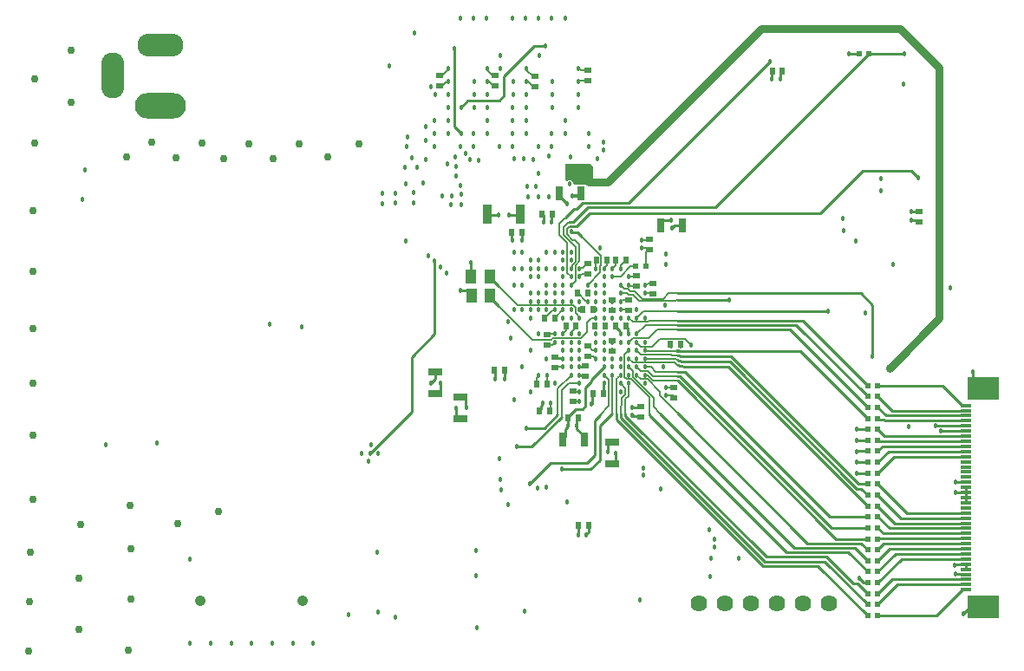
<source format=gbl>
G04*
G04 #@! TF.GenerationSoftware,Altium Limited,Altium Designer,20.1.11 (218)*
G04*
G04 Layer_Physical_Order=4*
G04 Layer_Color=16711680*
%FSLAX25Y25*%
%MOIN*%
G70*
G04*
G04 #@! TF.SameCoordinates,731B5D3F-845C-401C-AC73-029E605C2F8B*
G04*
G04*
G04 #@! TF.FilePolarity,Positive*
G04*
G01*
G75*
%ADD18C,0.00500*%
%ADD22C,0.01000*%
%ADD23R,0.02756X0.02362*%
%ADD24R,0.02362X0.02756*%
%ADD25R,0.02362X0.02362*%
%ADD32R,0.05512X0.03150*%
%ADD41R,0.03150X0.05512*%
%ADD72C,0.01155*%
%ADD73C,0.03000*%
%ADD74C,0.00800*%
%ADD75C,0.06378*%
%ADD76O,0.08858X0.17717*%
%ADD77O,0.17717X0.08858*%
%ADD78O,0.19685X0.09843*%
%ADD79C,0.04134*%
%ADD80C,0.03000*%
%ADD81C,0.01800*%
%ADD83R,0.04331X0.05512*%
%ADD84R,0.03740X0.07480*%
%ADD85R,0.04331X0.01181*%
%ADD86R,0.12205X0.09055*%
%ADD87C,0.01200*%
%ADD88C,0.01207*%
G36*
X406940Y339301D02*
Y332765D01*
X406562Y332387D01*
X404491D01*
Y332447D01*
X400141D01*
Y332447D01*
X399644Y332452D01*
X399554Y332561D01*
X399438Y333146D01*
X399106Y333642D01*
X398610Y333974D01*
X398025Y334090D01*
X397439Y333974D01*
X397052Y333715D01*
X396402Y334366D01*
X396447Y340457D01*
X405761Y340479D01*
X406940Y339301D01*
D02*
G37*
D18*
X433865Y288501D02*
X436010Y290646D01*
X439446D01*
X426003Y288501D02*
X433865D01*
X423079Y291425D02*
X426003Y288501D01*
X421275Y291425D02*
X423079D01*
X417534Y293766D02*
X419099Y292201D01*
X420499D01*
X421275Y291425D01*
X438794Y287538D02*
X439192Y287936D01*
X424607Y287538D02*
X438794D01*
X422222Y289922D02*
X424607Y287538D01*
X417521Y290622D02*
X420068D01*
X420768Y289922D02*
X422222D01*
X420068Y290622D02*
X420768Y289922D01*
X428667Y244390D02*
Y250527D01*
X421638Y257556D02*
X428667Y250527D01*
X432687Y251204D02*
Y252741D01*
X425390Y257556D02*
X427872D01*
X432687Y252741D01*
X429953Y256901D02*
X439192D01*
X427977Y258877D02*
X429953Y256901D01*
X426970Y259126D02*
X427219Y258877D01*
X427977D01*
X419101Y258475D02*
X420021Y257556D01*
X419101Y267005D02*
X420671Y268575D01*
X419101Y258475D02*
Y267005D01*
X437111Y266995D02*
X437417Y266689D01*
X423820Y268575D02*
X425400Y266995D01*
X437111D01*
X426970Y268575D02*
X427123Y268422D01*
X388403Y280919D02*
Y281116D01*
X391361Y284074D01*
X392076D01*
X392324Y284323D01*
X392340Y280919D02*
Y281116D01*
X395474Y284250D01*
Y284323D01*
Y274874D02*
X396826Y276225D01*
X402852Y312288D02*
X410159Y304981D01*
X409651Y300925D02*
X410159Y301433D01*
Y304981D01*
X404889Y293813D02*
X409651Y298575D01*
Y300925D01*
X427643Y308133D02*
X428290Y307486D01*
X425659Y308133D02*
X427643D01*
X427783Y310916D02*
X428290Y311423D01*
X425715Y310916D02*
X427783D01*
X426376Y283728D02*
X439209D01*
X423820Y281173D02*
X426376Y283728D01*
X414378Y296935D02*
X417535D01*
X421501Y300901D01*
X423457D01*
X427394D02*
Y306590D01*
X428290Y307486D01*
X415735Y301433D02*
Y303399D01*
X414372Y300071D02*
X415735Y301433D01*
X406412Y281065D02*
X407964D01*
X404808Y275688D02*
Y279461D01*
X406412Y281065D01*
X401310Y290548D02*
Y290745D01*
Y290548D02*
X404137Y287721D01*
X404674D01*
X404923Y287472D01*
X400589Y282511D02*
X401773Y281326D01*
X400194Y282906D02*
Y284973D01*
X400589Y282511D02*
Y282511D01*
X400194Y282906D02*
X400589Y282511D01*
X399274Y285893D02*
X400194Y284973D01*
X418142Y247574D02*
Y250487D01*
X419447Y251792D02*
Y254051D01*
X418142Y250487D02*
X419447Y251792D01*
X420021Y257556D02*
X421638D01*
X432687Y251204D02*
X439192Y244699D01*
X423820Y259126D02*
X425390Y257556D01*
X429960Y258634D02*
X439192D01*
X423820Y262275D02*
X425390Y260705D01*
X427888D01*
X429960Y258634D01*
X420671Y262275D02*
X422251Y260696D01*
Y258475D02*
X430220Y250506D01*
Y246853D02*
Y250506D01*
X422251Y258475D02*
Y260696D01*
X420671Y271724D02*
X422251Y273304D01*
X428489D02*
X431786Y276601D01*
X422251Y273304D02*
X428489D01*
X425390Y270154D02*
X429592D01*
X432575Y273137D01*
X423820Y271724D02*
X425390Y270154D01*
X432575Y273137D02*
X442310D01*
X444713Y270733D01*
X420824Y281173D02*
X422476Y279522D01*
X428029D02*
X428591Y280083D01*
X422476Y279522D02*
X428029D01*
X370570Y293206D02*
X377884Y285893D01*
X399274D01*
X389231Y270649D02*
X391277D01*
X392268Y271639D01*
X402420Y273301D02*
X404808Y275688D01*
X391452Y273301D02*
X402420D01*
X390886Y272735D02*
X391452Y273301D01*
X383657Y272735D02*
X390886D01*
X370570Y285822D02*
X383657Y272735D01*
X397054Y298491D02*
Y309926D01*
Y298491D02*
X398624Y296921D01*
Y293772D02*
X400203Y295351D01*
Y301278D01*
X393933Y317222D02*
X396464Y319754D01*
X393933Y313047D02*
Y317222D01*
Y313047D02*
X397054Y309926D01*
X395725Y312849D02*
Y316073D01*
X397673Y318021D01*
X395725Y312849D02*
X400194Y308381D01*
Y302570D02*
Y308381D01*
X396892Y315216D02*
X397964Y316288D01*
X397975D01*
X396892Y313202D02*
X398942Y311152D01*
X396892Y313202D02*
Y315216D01*
X398942Y311152D02*
X400115D01*
X401807Y309460D01*
Y302882D02*
Y309460D01*
X400203Y301278D02*
X401807Y302882D01*
X398624Y300071D02*
X398872Y300319D01*
Y301249D01*
X400194Y302570D01*
X392753Y261940D02*
X393089Y262275D01*
X395474D01*
X390787Y245760D02*
Y248437D01*
X390237Y245210D02*
X390787Y245760D01*
X429188Y262275D02*
X431022Y260442D01*
X439192D01*
X426970Y262275D02*
X429188D01*
X435002Y254401D02*
X438239D01*
X432346Y276747D02*
X439192Y276617D01*
X431932Y276747D02*
X432346D01*
X439192Y276617D02*
X439192D01*
X431786Y276601D02*
X431932Y276747D01*
X439192Y278350D02*
X439192D01*
X427362Y278415D02*
X427776D01*
X439192Y278350D01*
X423820Y274874D02*
X427215Y278269D01*
X427362Y278415D01*
X428591Y280083D02*
X439192D01*
X420671Y281173D02*
X420824D01*
X409596Y243629D02*
X413151Y247184D01*
X411222Y259126D02*
X413151Y257197D01*
Y247184D02*
Y257197D01*
X414199Y244390D02*
X414199Y244390D01*
X414372Y259126D01*
X401773Y281173D02*
Y281326D01*
X407964Y281065D02*
X408073Y281173D01*
X394959Y242989D02*
Y253194D01*
X397741Y255976D01*
X393382Y253884D02*
X398624Y259126D01*
X393382Y244059D02*
Y253884D01*
X397741Y255976D02*
X401773D01*
X415933Y244390D02*
Y247408D01*
X417713Y244390D02*
Y247146D01*
X418142Y247574D01*
X438665Y265420D02*
X439192Y264893D01*
X437417Y266689D02*
X439192D01*
X427123Y268422D02*
X439192D01*
X419447Y244390D02*
Y247383D01*
X438432Y263853D02*
X439192Y263093D01*
X435161Y263853D02*
X438432D01*
X435162Y265420D02*
X438665D01*
X430220Y246853D02*
X432683Y244390D01*
X437821Y251252D02*
X438423Y250649D01*
X398872Y276012D02*
X400763Y277903D01*
X373069Y260393D02*
X373118Y260344D01*
X389231Y274586D02*
X389516Y274871D01*
X392331D01*
X400763Y277903D02*
Y278099D01*
X398872Y275123D02*
Y276012D01*
X398624Y274874D02*
X398872Y275123D01*
X396826Y276225D02*
Y278099D01*
X385515Y256281D02*
Y258264D01*
X386025Y258774D01*
Y259126D01*
X399280Y248915D02*
X399484Y249119D01*
X401810D01*
X399280Y252852D02*
X399306Y252827D01*
X401773D01*
X405057Y270318D02*
X405254D01*
X406749Y268823D01*
X407824D01*
X408073Y268575D01*
X405057Y266381D02*
X407116D01*
X408073Y265425D01*
X412358Y301206D02*
Y303173D01*
X411222Y300071D02*
X412358Y301206D01*
X408073Y302825D02*
X408421Y303173D01*
X408073Y300071D02*
Y302825D01*
X402840Y297988D02*
X404907D01*
X401773Y296921D02*
X402840Y297988D01*
X404710Y301925D02*
X404907D01*
X403104Y300319D02*
X404710Y301925D01*
X402022Y300319D02*
X403104D01*
X401773Y300071D02*
X402022Y300319D01*
X418315Y287914D02*
X420292D01*
X417873Y287472D02*
X418315Y287914D01*
X417521Y287472D02*
X417873D01*
X419946Y284323D02*
X420292Y283977D01*
X417521Y284323D02*
X419946D01*
X429769Y290622D02*
X430010Y290381D01*
X426970Y290622D02*
X429769D01*
X427868Y294318D02*
X430010D01*
X427322Y293772D02*
X427868Y294318D01*
X426970Y293772D02*
X427322D01*
X423289Y296921D02*
X423646Y297278D01*
X420671Y296921D02*
X423289D01*
X421453Y293341D02*
X423646D01*
X421023Y293772D02*
X421453Y293341D01*
X420671Y293772D02*
X421023D01*
X419672Y303202D02*
Y303399D01*
X417770Y301301D02*
X419672Y303202D01*
X417770Y300319D02*
Y301301D01*
X417521Y300071D02*
X417770Y300319D01*
X435002Y251252D02*
X437821D01*
X438239Y254401D02*
X438423Y254586D01*
X424788Y246774D02*
X424824Y246738D01*
X419447Y249904D02*
X420671Y251128D01*
Y255976D01*
X419447Y247383D02*
Y249904D01*
X417521Y255976D02*
X419447Y254051D01*
X415933Y247408D02*
Y257537D01*
X416355Y257959D02*
X417521Y259126D01*
X415933Y257537D02*
X416355Y257959D01*
X389188Y256546D02*
X389453Y256281D01*
X389188Y256546D02*
Y259115D01*
X422243Y263853D02*
X435161D01*
X420671Y265425D02*
X422243Y263853D01*
X435157Y265425D02*
X435162Y265420D01*
X428620Y265425D02*
X435157D01*
X426970D02*
X428620D01*
D22*
X419598Y277951D02*
X420279Y277270D01*
Y275482D02*
Y277270D01*
Y275482D02*
X420671Y275090D01*
Y274874D02*
Y275090D01*
X415661Y277754D02*
Y277951D01*
Y277754D02*
X417273Y276142D01*
Y275123D02*
Y276142D01*
Y275123D02*
X417521Y274874D01*
X391120Y317970D02*
Y320557D01*
X390932Y320745D02*
X391120Y320557D01*
X387868Y317931D02*
Y320646D01*
X387381Y321132D02*
X387868Y320646D01*
X406413Y257466D02*
X411222Y262275D01*
X406413Y256672D02*
Y257466D01*
X403764Y262428D02*
X404115Y262779D01*
X401926Y262428D02*
X403764D01*
X401773Y262275D02*
X401926Y262428D01*
X404115Y262779D02*
X404312D01*
X404179Y254438D02*
X406413Y256672D01*
X404179Y247399D02*
Y254438D01*
X402907Y246127D02*
X404179Y247399D01*
X398634Y244390D02*
X400371Y246127D01*
X402907D01*
X410968Y252161D02*
X411095Y252288D01*
Y255849D01*
X411222Y255976D01*
X406651Y251780D02*
X407031Y252161D01*
X406651Y248098D02*
Y251780D01*
X406498Y247945D02*
X406651Y248098D01*
X403972Y258984D02*
X404115Y258842D01*
X401915Y258984D02*
X403972D01*
X401773Y259126D02*
X401915Y258984D01*
X378890Y320718D02*
X379018Y320846D01*
X353592Y354761D02*
Y384682D01*
Y354761D02*
X356227Y352126D01*
X384374Y385680D02*
X388707D01*
X372637Y373943D02*
X384374Y385680D01*
X372637Y366538D02*
Y373943D01*
X370882Y364783D02*
X372637Y366538D01*
X356188Y362122D02*
X358849Y364783D01*
X370882D01*
X360081Y297200D02*
X360122Y297158D01*
X360081Y297200D02*
Y302226D01*
X392753Y265877D02*
X393052Y265578D01*
X395321D01*
X395474Y265425D01*
X386300Y245210D02*
X386981Y245891D01*
Y247379D01*
X387667Y248066D01*
Y248282D01*
X355341Y242317D02*
X355977D01*
X354266Y243391D02*
X355341Y242317D01*
X354266Y243391D02*
Y246368D01*
X346488Y257741D02*
Y260358D01*
X344816Y256070D02*
X346488Y257741D01*
X379747Y310922D02*
Y312222D01*
X379739Y310914D02*
X379747Y310922D01*
X375810Y311012D02*
Y312222D01*
Y311012D02*
X375855Y310966D01*
X390932Y320745D02*
X391318Y321132D01*
X550422Y217966D02*
X550466Y217921D01*
X546312Y217966D02*
X550422D01*
X546268Y218010D02*
X546312Y217966D01*
X373118Y257528D02*
Y260344D01*
X422135Y246774D02*
X424788D01*
D23*
X404893Y266374D02*
D03*
Y270311D02*
D03*
X404115Y262779D02*
D03*
Y258842D02*
D03*
X389231Y274586D02*
D03*
Y270649D02*
D03*
X392299Y265967D02*
D03*
Y262031D02*
D03*
X399280Y248915D02*
D03*
Y252852D02*
D03*
X425390Y243049D02*
D03*
Y246986D02*
D03*
X438057Y250289D02*
D03*
Y254226D02*
D03*
X414320Y268300D02*
D03*
Y272237D02*
D03*
X414462Y284115D02*
D03*
Y288052D02*
D03*
X420572Y287996D02*
D03*
Y284059D02*
D03*
X430010Y290381D02*
D03*
Y294318D02*
D03*
X423757Y297277D02*
D03*
Y293340D02*
D03*
X404907Y297988D02*
D03*
Y301925D02*
D03*
X428797Y311446D02*
D03*
Y307509D02*
D03*
X405081Y376193D02*
D03*
Y372256D02*
D03*
X384586Y374046D02*
D03*
Y370109D02*
D03*
X369294Y374220D02*
D03*
Y370283D02*
D03*
X348115Y374210D02*
D03*
Y370273D02*
D03*
X532451Y322038D02*
D03*
Y318101D02*
D03*
D24*
X401032Y290746D02*
D03*
X404969D02*
D03*
X402965Y284378D02*
D03*
X406903D02*
D03*
X407673Y278055D02*
D03*
X411610D02*
D03*
X392340Y280919D02*
D03*
X388403D02*
D03*
X396532Y278032D02*
D03*
X400469D02*
D03*
X389345Y255820D02*
D03*
X385408D02*
D03*
X369143Y260910D02*
D03*
X373080D02*
D03*
X386300Y245210D02*
D03*
X390237D02*
D03*
X397267Y242826D02*
D03*
X401204D02*
D03*
X407031Y252161D02*
D03*
X410968D02*
D03*
X436812Y271009D02*
D03*
X440750D02*
D03*
X419598Y277951D02*
D03*
X415661D02*
D03*
X412245Y303326D02*
D03*
X408308D02*
D03*
X419672Y303399D02*
D03*
X415735D02*
D03*
X375810Y314148D02*
D03*
X379747D02*
D03*
X387381Y321132D02*
D03*
X391318D02*
D03*
X479797Y376130D02*
D03*
X475860D02*
D03*
X401255Y201388D02*
D03*
X405192D02*
D03*
D25*
X427394Y300901D02*
D03*
X423457D02*
D03*
X509214Y382813D02*
D03*
X513151D02*
D03*
X516497Y191950D02*
D03*
X512560D02*
D03*
X516497Y196162D02*
D03*
X512560D02*
D03*
Y166676D02*
D03*
X516497D02*
D03*
Y200375D02*
D03*
X512560D02*
D03*
Y170888D02*
D03*
X516497D02*
D03*
Y204587D02*
D03*
X512560D02*
D03*
Y175101D02*
D03*
X516497D02*
D03*
Y208800D02*
D03*
X512560D02*
D03*
Y183525D02*
D03*
X516497D02*
D03*
Y213012D02*
D03*
X512560D02*
D03*
Y187738D02*
D03*
X516497D02*
D03*
Y217224D02*
D03*
X512560D02*
D03*
X516497Y242498D02*
D03*
X512560D02*
D03*
X516497Y246711D02*
D03*
X512560D02*
D03*
X516497Y250923D02*
D03*
X512560D02*
D03*
X516497Y255135D02*
D03*
X512560D02*
D03*
X516497Y179313D02*
D03*
X512560D02*
D03*
X516497Y221437D02*
D03*
X512560D02*
D03*
X516497Y225649D02*
D03*
X512560D02*
D03*
X516497Y229861D02*
D03*
X512560D02*
D03*
X516497Y234074D02*
D03*
X512560D02*
D03*
X516497Y238286D02*
D03*
X512560D02*
D03*
D32*
X346488Y260358D02*
D03*
Y252090D02*
D03*
X355977Y242317D02*
D03*
Y250584D02*
D03*
X414226Y224933D02*
D03*
Y233201D02*
D03*
D41*
X395259Y234439D02*
D03*
X403527D02*
D03*
X441409Y316716D02*
D03*
X433142D02*
D03*
X394049Y329091D02*
D03*
X402316D02*
D03*
D72*
X403527Y234439D02*
Y235620D01*
X400776Y238372D02*
X403527Y235620D01*
X400776Y238372D02*
Y239523D01*
X400667Y239632D02*
X400776Y239523D01*
X395259Y234439D02*
X396217Y235398D01*
Y238327D01*
X397350Y239459D01*
Y239613D01*
Y239757D02*
Y242743D01*
X397267Y242826D02*
X397350Y242743D01*
Y239613D02*
Y239757D01*
X397372Y239779D01*
X400667Y239632D02*
Y239926D01*
X400750Y240009D01*
Y242372D01*
X401204Y242826D01*
X509887Y290646D02*
X514365Y286168D01*
Y266219D02*
Y286168D01*
X439446Y290646D02*
X509887D01*
X439192Y287936D02*
X439348Y288091D01*
X428667Y243703D02*
X481408Y190963D01*
X428667Y243703D02*
Y244390D01*
X397267Y242826D02*
Y243022D01*
X398634Y244390D01*
X414226Y224933D02*
X414836D01*
X415794Y225891D01*
Y229158D01*
X413637Y233201D02*
X414226D01*
X412679Y232243D02*
X413637Y233201D01*
X412679Y229664D02*
Y232243D01*
X439192Y256901D02*
X439637D01*
X500375Y196162D01*
X401045Y314095D02*
X402852Y312288D01*
X398850Y314095D02*
X401045D01*
X398742Y314204D02*
X398850Y314095D01*
X497102Y283728D02*
X497210Y283620D01*
X439209Y283728D02*
X497102D01*
X439192Y244699D02*
X489462Y194429D01*
X510081D01*
X374751Y320718D02*
X378890D01*
X511715Y381377D02*
X513151Y382813D01*
X511715Y381372D02*
Y381377D01*
X454008Y323666D02*
X511715Y381372D01*
X405148Y323666D02*
X454008D01*
X396464Y319754D02*
X399565Y322854D01*
X403136Y325218D02*
X404354D01*
X404534Y325399D02*
X420753D01*
X404354Y325218D02*
X404534Y325399D01*
X399565Y322854D02*
X400773D01*
X420753Y325399D02*
X475106Y379752D01*
X400773Y322854D02*
X403136Y325218D01*
X529337Y337711D02*
X531923Y335125D01*
X510559Y337711D02*
X529337D01*
X405840Y321364D02*
X494211D01*
X510559Y337711D01*
X397673Y318021D02*
X399504D01*
X405148Y323666D01*
X397975Y316288D02*
X400764D01*
X405840Y321364D01*
X360241Y289654D02*
Y290238D01*
X358693Y291787D02*
X360241Y290238D01*
X356107Y291787D02*
X358693D01*
X439192Y260442D02*
X442384Y260352D01*
X498149Y204587D01*
X355977Y250584D02*
X357158D01*
X358116Y249626D01*
Y246993D02*
Y249626D01*
Y246993D02*
X358281Y246828D01*
Y246675D02*
Y246828D01*
X346488Y252090D02*
X347453D01*
X348411Y253048D01*
Y256070D01*
X394049Y327909D02*
Y329091D01*
Y327909D02*
X396945Y325013D01*
Y325000D02*
Y325013D01*
X379747Y312222D02*
Y314148D01*
X375810Y312222D02*
Y314148D01*
X366261Y320808D02*
X370727D01*
X513151Y382813D02*
X513157Y382819D01*
X526674D01*
X526680Y382825D01*
X505459Y382737D02*
X505535Y382813D01*
X509214D01*
X439192Y276617D02*
X482654D01*
X512560Y246711D01*
X439192Y278350D02*
X485133D01*
X512560Y250923D01*
X439192Y280083D02*
X487612D01*
X512560Y255135D01*
X549252Y167330D02*
X551930Y170008D01*
X557159D01*
X557077Y254024D02*
X557159D01*
X553166Y257934D02*
X557077Y254024D01*
X553166Y257934D02*
Y260427D01*
X544470Y239575D02*
X550466D01*
X544374Y239671D02*
X544470Y239575D01*
X539135Y239671D02*
X544374D01*
X538990Y239527D02*
X539135Y239671D01*
X538837Y239527D02*
X538990D01*
X550442Y237630D02*
X550466Y237606D01*
X540786Y237630D02*
X550442D01*
X540762Y237654D02*
X540786Y237630D01*
X550466Y213984D02*
Y215953D01*
Y212016D02*
Y213984D01*
Y210047D02*
Y212016D01*
X550440Y214010D02*
X550466Y213984D01*
X546676Y214010D02*
X550440D01*
X546515Y214171D02*
X546676Y214010D01*
X546362Y214171D02*
X546515D01*
X550466Y184457D02*
Y186425D01*
X550440Y186399D02*
X550466Y186425D01*
X546604Y186399D02*
X550440D01*
X546148Y185943D02*
X546604Y186399D01*
X545995Y185943D02*
X546148D01*
X550442Y182512D02*
X550466Y182488D01*
X546239Y182512D02*
X550442D01*
X546215Y182536D02*
X546239Y182512D01*
X383504Y231534D02*
X394959Y242989D01*
X377751Y231534D02*
X383504D01*
X346179Y274856D02*
Y302870D01*
X337287Y244894D02*
Y265964D01*
X346179Y274856D01*
X321252Y228859D02*
X337287Y244894D01*
X439348Y288091D02*
X459468D01*
X407629Y241662D02*
X409596Y243629D01*
X413885Y244043D02*
X414199Y244390D01*
X409551Y239709D02*
X413885Y244043D01*
X367209Y296567D02*
X370570Y293206D01*
X367328Y289064D02*
X370570Y285822D01*
X367328Y289064D02*
Y289654D01*
X367209Y296567D02*
Y297158D01*
X381274Y238821D02*
X388232D01*
X393382Y243971D01*
Y244059D01*
X407629Y228347D02*
Y241662D01*
X404616Y225333D02*
X407629Y228347D01*
X382681Y217414D02*
X390600Y225333D01*
X404616D01*
X409551Y226493D02*
Y239709D01*
X405971Y222913D02*
X409551Y226493D01*
X394861Y222913D02*
X405971D01*
X395259Y233258D02*
Y234439D01*
X417713Y242748D02*
X472965Y187496D01*
X417713Y242748D02*
Y244390D01*
X415933Y242077D02*
X472247Y185763D01*
X415933Y242077D02*
Y244390D01*
X472247Y185763D02*
X493472D01*
X472965Y187496D02*
X495952D01*
X508775Y178885D02*
X512560Y175101D01*
X516497Y234074D02*
X516875Y233695D01*
X516497Y242498D02*
X517061Y241934D01*
X548944Y176583D02*
X550466D01*
X419447Y243466D02*
X473683Y189230D01*
X500375Y196162D02*
X512560D01*
X516576Y196242D02*
X550440D01*
X419447Y243466D02*
Y244390D01*
X517061Y241934D02*
X518823D01*
X508320Y215491D02*
X510081D01*
X432683Y244390D02*
X484377Y192696D01*
X439192Y258634D02*
X440354D01*
X510081Y194429D02*
X512560Y191950D01*
X493472Y185763D02*
X512560Y166676D01*
X440354Y258634D02*
X498614Y200375D01*
X512560D01*
X495952Y187496D02*
X512560Y170888D01*
X498149Y204587D02*
X512560D01*
X496670Y189230D02*
X507014Y178885D01*
X473683Y189230D02*
X496670D01*
X507014Y178885D02*
X508775D01*
X459021Y262339D02*
X512560Y208800D01*
X442292Y262339D02*
X459021D01*
X440573Y262757D02*
X442292Y262339D01*
X439192Y263093D02*
X440573Y262757D01*
X505122Y190963D02*
X512560Y183525D01*
X481408Y190963D02*
X505122D01*
X459596Y264214D02*
X508320Y215491D01*
X441987Y264214D02*
X459596D01*
X510081Y215491D02*
X512560Y213012D01*
X440912Y264476D02*
X441987Y264214D01*
X439192Y264893D02*
X440912Y264476D01*
X484377Y192696D02*
X507602D01*
X512560Y187738D01*
X509037Y217224D02*
X512560D01*
X441252Y266194D02*
X460068D01*
X509037Y217224D01*
X439214Y266689D02*
X441252Y266194D01*
X439192Y266689D02*
X439214D01*
X440377Y268258D02*
X440395Y268240D01*
X486818D02*
X512560Y242498D01*
X440096Y268258D02*
X440377D01*
X440395Y268240D02*
X486818D01*
X518336Y231701D02*
X550466D01*
X516497Y229861D02*
X518336Y231701D01*
X525578Y188394D02*
X550466D01*
X516497Y179313D02*
X525578Y188394D01*
X516875Y233695D02*
X550440D01*
X550466Y233669D01*
X520580Y229732D02*
X550466D01*
X516497Y225649D02*
X520580Y229732D01*
X522824Y227764D02*
X550466D01*
X516497Y221437D02*
X522824Y227764D01*
X539037Y166676D02*
X548944Y176583D01*
X516497Y166676D02*
X539037D01*
X524160Y178551D02*
X550466D01*
X516497Y170888D02*
X524160Y178551D01*
X521916Y180520D02*
X550466D01*
X516497Y175101D02*
X521916Y180520D01*
X527611Y206110D02*
X550466D01*
X516497Y217224D02*
X527611Y206110D01*
X518823Y241934D02*
X519213Y241543D01*
X550466D01*
X519696Y243512D02*
X550466D01*
X516497Y246711D02*
X519696Y243512D01*
X521940Y245480D02*
X550466D01*
X516497Y250923D02*
X521940Y245480D01*
X523334Y190362D02*
X550466D01*
X516497Y183525D02*
X523334Y190362D01*
X521090Y192331D02*
X550466D01*
X516497Y187738D02*
X521090Y192331D01*
X518846Y194299D02*
X550466D01*
X516497Y191950D02*
X518846Y194299D01*
X516497Y196162D02*
X516576Y196242D01*
X550440D02*
X550466Y196268D01*
X518636Y198236D02*
X550466D01*
X516497Y200375D02*
X518636Y198236D01*
X520879Y200205D02*
X550466D01*
X516497Y204587D02*
X520879Y200205D01*
X523123Y202173D02*
X550466D01*
X516497Y208800D02*
X523123Y202173D01*
X525367Y204142D02*
X550466D01*
X516497Y213012D02*
X525367Y204142D01*
X516497Y255135D02*
X541257D01*
X548918Y247475D01*
X519145Y235638D02*
X550466D01*
X516497Y238286D02*
X519145Y235638D01*
X509338Y180902D02*
X510927Y179313D01*
X512560D01*
X508474Y221409D02*
X508502Y221437D01*
X512560D01*
X508419Y225666D02*
X508436Y225649D01*
X512560D01*
X508386Y229795D02*
X508452Y229861D01*
X512560D01*
X512526Y234108D02*
X512560Y234074D01*
X508349Y234108D02*
X512526D01*
X508315Y234142D02*
X508349Y234108D01*
X508362Y238330D02*
X508406Y238286D01*
X512560D01*
X369132Y260393D02*
X369410Y260115D01*
Y257677D02*
Y260115D01*
Y257677D02*
X369518Y257568D01*
X438293Y316716D02*
X441409D01*
X437381Y315804D02*
X438293Y316716D01*
X437309Y315804D02*
X437381D01*
X433142Y316716D02*
Y317790D01*
X434100Y318748D01*
X437019D01*
X424259Y243366D02*
X424824Y242801D01*
X422552Y243366D02*
X424259D01*
X422231Y243687D02*
X422552Y243366D01*
X422077Y243687D02*
X422231D01*
X531887Y318666D02*
X532451Y318101D01*
X529553Y318666D02*
X531887D01*
X529394Y318824D02*
X529553Y318666D01*
X529241Y318824D02*
X529394D01*
X532403Y321990D02*
X532451Y322038D01*
X529370Y321990D02*
X532403D01*
X529322Y321941D02*
X529370Y321990D01*
X405192Y198769D02*
Y201388D01*
X404410Y197987D02*
X405192Y198769D01*
X404410Y197834D02*
Y197987D01*
X401241Y201374D02*
X401255Y201388D01*
X401241Y197844D02*
Y201374D01*
X401228Y197831D02*
X401241Y197844D01*
X479069Y375470D02*
X479633Y376035D01*
X479069Y373329D02*
Y375470D01*
X478883Y373143D02*
X479069Y373329D01*
X478883Y372990D02*
Y373143D01*
X475665Y374752D02*
Y376004D01*
Y373122D02*
Y374752D01*
X475696Y374783D01*
D73*
X412762Y333395D02*
X471732Y392365D01*
X405503Y333395D02*
X412762D01*
X520913Y261700D02*
X540094Y280881D01*
Y377327D01*
X525057Y392365D02*
X540094Y377327D01*
X471732Y392365D02*
X525057D01*
X520913Y261700D02*
Y261864D01*
D74*
X348511Y370129D02*
X348708D01*
X348511Y374066D02*
X348708D01*
X368686Y370189D02*
X368883D01*
X368686Y374126D02*
X368883D01*
X381191Y372169D02*
X381382Y371978D01*
X381970D01*
X381191Y377158D02*
X381382Y376966D01*
Y376503D02*
Y376966D01*
X383940Y370009D02*
X384137D01*
X401264Y372146D02*
X401319Y372201D01*
X405025D01*
X405081Y372256D01*
X401252Y377146D02*
X401523D01*
X402475Y376193D01*
X405081D01*
X383940Y373946D02*
X384137D01*
X366191Y372169D02*
X366382Y371978D01*
X366897D01*
X368686Y370189D01*
X351000Y371978D02*
X351191Y372169D01*
X350557Y371978D02*
X351000D01*
X348708Y370129D02*
X350557Y371978D01*
X366191Y377158D02*
X366382Y376966D01*
Y376429D02*
Y376966D01*
Y376429D02*
X368686Y374126D01*
X351000Y376966D02*
X351191Y377158D01*
X351000Y376357D02*
Y376966D01*
X348708Y374066D02*
X351000Y376357D01*
X381970Y371978D02*
X383940Y370009D01*
X381382Y376503D02*
X383940Y373946D01*
D75*
X447562Y171295D02*
D03*
X457562D02*
D03*
X467562D02*
D03*
X477562D02*
D03*
X487562D02*
D03*
X497562D02*
D03*
D76*
X222279Y374342D02*
D03*
D77*
X240783Y386153D02*
D03*
D78*
Y362530D02*
D03*
D79*
X295468Y172293D02*
D03*
X256098D02*
D03*
D80*
X263155Y206584D02*
D03*
X247344Y201862D02*
D03*
X228454Y153404D02*
D03*
X229276Y172910D02*
D03*
Y192416D02*
D03*
X228865Y209048D02*
D03*
X209975Y201656D02*
D03*
X209359Y180918D02*
D03*
Y161207D02*
D03*
X189894Y152994D02*
D03*
X190510Y172089D02*
D03*
X190716Y190979D02*
D03*
X191537Y211307D02*
D03*
Y235946D02*
D03*
X191742Y255862D02*
D03*
X191537Y277011D02*
D03*
Y298981D02*
D03*
X191742Y322388D02*
D03*
X192358Y348464D02*
D03*
Y373104D02*
D03*
X206279Y364069D02*
D03*
Y383986D02*
D03*
X316950Y348054D02*
D03*
X294159Y347849D02*
D03*
X274653Y348054D02*
D03*
X256584Y348259D02*
D03*
X237489Y348670D02*
D03*
X227838Y343126D02*
D03*
X246523Y342715D02*
D03*
X265002Y342510D02*
D03*
X284098D02*
D03*
X304899Y342855D02*
D03*
D81*
X462903Y188582D02*
D03*
X507935Y310768D02*
D03*
X397159Y210425D02*
D03*
X453731Y193092D02*
D03*
X453754Y195852D02*
D03*
X398856Y327916D02*
D03*
X359577Y342138D02*
D03*
X397350Y239613D02*
D03*
X400667Y239632D02*
D03*
X391120Y317970D02*
D03*
X387868Y317931D02*
D03*
X528291Y239478D02*
D03*
X526315Y371164D02*
D03*
X514365Y266219D02*
D03*
X371164Y227130D02*
D03*
X385674Y215798D02*
D03*
X389137Y216065D02*
D03*
X415794Y229158D02*
D03*
X412679Y229664D02*
D03*
X401271Y335744D02*
D03*
X398247Y335788D02*
D03*
X401293Y338723D02*
D03*
X398203Y338811D02*
D03*
X405503Y333395D02*
D03*
X420671Y265425D02*
D03*
X426970Y268575D02*
D03*
X425659Y308133D02*
D03*
X425715Y310916D02*
D03*
X497210Y283620D02*
D03*
X417534Y293766D02*
D03*
X414378Y296935D02*
D03*
X411222Y296921D02*
D03*
X398624Y306370D02*
D03*
X382876Y252827D02*
D03*
X376576Y293772D02*
D03*
X395474Y281173D02*
D03*
X408073D02*
D03*
X423820D02*
D03*
X398624Y268575D02*
D03*
X401773D02*
D03*
X389175Y265425D02*
D03*
X422135Y246774D02*
D03*
X420671Y255976D02*
D03*
X408073Y290622D02*
D03*
X411222Y284323D02*
D03*
X398624Y274874D02*
D03*
X401773Y271724D02*
D03*
X426970Y255976D02*
D03*
X382876Y290622D02*
D03*
X395474Y296921D02*
D03*
X386025D02*
D03*
X389175Y300071D02*
D03*
X408073Y274874D02*
D03*
X398624Y271724D02*
D03*
X411222Y274874D02*
D03*
X420671Y268575D02*
D03*
X426970Y262275D02*
D03*
X382876Y296921D02*
D03*
X389175Y290622D02*
D03*
X395474Y284323D02*
D03*
X374342Y279605D02*
D03*
X386025Y274874D02*
D03*
X417521D02*
D03*
X408073Y271724D02*
D03*
X411222Y265425D02*
D03*
X401773Y255976D02*
D03*
X411222Y290622D02*
D03*
X382876Y284323D02*
D03*
X398624Y281173D02*
D03*
Y262275D02*
D03*
X420671D02*
D03*
X373118Y257528D02*
D03*
X389175Y293772D02*
D03*
X411222Y287472D02*
D03*
X389175Y284323D02*
D03*
X408073Y278023D02*
D03*
X426970Y271724D02*
D03*
Y265425D02*
D03*
X420671Y259126D02*
D03*
X398624Y296921D02*
D03*
X420671Y296921D02*
D03*
X398624Y287472D02*
D03*
X434830Y285899D02*
D03*
X420671Y281173D02*
D03*
X401773Y274874D02*
D03*
X392268Y271639D02*
D03*
X414372Y262275D02*
D03*
X401773Y259126D02*
D03*
X392324Y255976D02*
D03*
X417521Y252827D02*
D03*
X382876Y300071D02*
D03*
X379726D02*
D03*
X404923Y287472D02*
D03*
X426970Y281173D02*
D03*
X411222Y278023D02*
D03*
X436912Y270235D02*
D03*
X411222Y262275D02*
D03*
X398624Y259126D02*
D03*
X426970D02*
D03*
X398624Y293772D02*
D03*
X434988Y305804D02*
D03*
X386025Y287472D02*
D03*
X408073Y284323D02*
D03*
X395474Y271724D02*
D03*
X382876Y268575D02*
D03*
X414372Y271724D02*
D03*
X395474Y265425D02*
D03*
X401773D02*
D03*
X420671Y293772D02*
D03*
X395474D02*
D03*
X376576Y306370D02*
D03*
X389175D02*
D03*
X382876Y287472D02*
D03*
X401773D02*
D03*
Y281173D02*
D03*
X411222Y271724D02*
D03*
X423820D02*
D03*
X408073Y268575D02*
D03*
X414372Y265425D02*
D03*
X423820D02*
D03*
X392324Y290622D02*
D03*
X426970D02*
D03*
X379726Y284323D02*
D03*
X386025D02*
D03*
X414372Y281173D02*
D03*
X395474Y268575D02*
D03*
Y262275D02*
D03*
X411222Y259126D02*
D03*
X435002Y251252D02*
D03*
X386025Y290622D02*
D03*
X376576Y284323D02*
D03*
X417521Y271724D02*
D03*
X386025Y259126D02*
D03*
X406498Y247945D02*
D03*
X408073Y293772D02*
D03*
X404923Y290622D02*
D03*
X379726Y293772D02*
D03*
X392324Y300071D02*
D03*
X395474Y303220D02*
D03*
Y290622D02*
D03*
X420671Y274874D02*
D03*
X408073Y265425D02*
D03*
X414372Y259126D02*
D03*
X417521D02*
D03*
Y255976D02*
D03*
X426970Y293772D02*
D03*
X417521Y290622D02*
D03*
X395474Y287472D02*
D03*
X411222Y281173D02*
D03*
X423820Y274874D02*
D03*
X411222Y268575D02*
D03*
X417521Y265425D02*
D03*
X423820Y262275D02*
D03*
X435002Y301645D02*
D03*
X398624Y303220D02*
D03*
X409640Y307954D02*
D03*
X386025Y303220D02*
D03*
X392324Y306370D02*
D03*
X417521Y287472D02*
D03*
X392324Y284323D02*
D03*
X382876Y281173D02*
D03*
X423820Y268575D02*
D03*
X411222Y255976D02*
D03*
Y293772D02*
D03*
X398624Y300071D02*
D03*
X414372D02*
D03*
X379726Y306370D02*
D03*
X398624Y284323D02*
D03*
X414372D02*
D03*
X417521D02*
D03*
X420671Y271724D02*
D03*
X398624Y265425D02*
D03*
X401773Y262275D02*
D03*
X390787Y248437D02*
D03*
X376576Y249677D02*
D03*
X401773Y252827D02*
D03*
X404889Y293813D02*
D03*
X389175Y287472D02*
D03*
X392324D02*
D03*
X414372D02*
D03*
X423820Y284323D02*
D03*
X375444Y273317D02*
D03*
X417521Y262275D02*
D03*
X423820Y259126D02*
D03*
X435002Y254401D02*
D03*
X395474Y300071D02*
D03*
X376576D02*
D03*
X408073Y287472D02*
D03*
X401773Y284323D02*
D03*
X417521Y281173D02*
D03*
X414372Y268575D02*
D03*
X392324Y293772D02*
D03*
X408073Y300071D02*
D03*
X386025D02*
D03*
X382876Y303220D02*
D03*
X395474Y274874D02*
D03*
X379726Y262275D02*
D03*
X395474Y306370D02*
D03*
X434037Y262275D02*
D03*
X475106Y379752D02*
D03*
X531923Y335125D02*
D03*
X353592Y384682D02*
D03*
X388707Y385680D02*
D03*
X351191Y377158D02*
D03*
X344535Y370083D02*
D03*
X346191Y367169D02*
D03*
X381191Y352169D02*
D03*
Y357170D02*
D03*
X396191Y352169D02*
D03*
Y357170D02*
D03*
X356107Y291787D02*
D03*
X360081Y302226D02*
D03*
X451804Y199826D02*
D03*
X354266Y246368D02*
D03*
X358281Y246675D02*
D03*
X348411Y256070D02*
D03*
X344816D02*
D03*
X366129Y396493D02*
D03*
X360857Y396482D02*
D03*
X355940Y396409D02*
D03*
X338455Y390523D02*
D03*
X328740Y378137D02*
D03*
X375924Y396304D02*
D03*
X381127Y396421D02*
D03*
X386097Y396450D02*
D03*
X396474Y396392D02*
D03*
X391066Y396480D02*
D03*
X391191Y362170D02*
D03*
Y367169D02*
D03*
X351191Y352169D02*
D03*
Y357170D02*
D03*
X391264Y372146D02*
D03*
X376168Y357097D02*
D03*
Y362097D02*
D03*
X376191Y372169D02*
D03*
X376240Y367073D02*
D03*
X371191Y382170D02*
D03*
X361191Y372169D02*
D03*
Y367169D02*
D03*
Y362170D02*
D03*
X366191Y357170D02*
D03*
Y352169D02*
D03*
X390066Y327833D02*
D03*
X398025Y332561D02*
D03*
X385995Y327702D02*
D03*
X381897Y327833D02*
D03*
X381792Y331589D02*
D03*
X384865Y331642D02*
D03*
X396945Y325000D02*
D03*
X379739Y310914D02*
D03*
X375855Y310966D02*
D03*
X370727Y320808D02*
D03*
X374751Y320718D02*
D03*
X526680Y382825D02*
D03*
X505459Y382737D02*
D03*
X517807Y330171D02*
D03*
X517699Y334587D02*
D03*
X544426Y292758D02*
D03*
X522347Y301832D02*
D03*
X503246Y314631D02*
D03*
X503161Y319372D02*
D03*
X444713Y270733D02*
D03*
X511560Y282846D02*
D03*
X549252Y167330D02*
D03*
X553166Y260427D02*
D03*
X540762Y237654D02*
D03*
X538837Y239527D02*
D03*
X546362Y214171D02*
D03*
X546215Y182536D02*
D03*
X545995Y185943D02*
D03*
X451925Y181648D02*
D03*
X452221Y188634D02*
D03*
X425155Y172823D02*
D03*
X380663Y168471D02*
D03*
X313043Y167072D02*
D03*
X299405Y155940D02*
D03*
X291531D02*
D03*
X283657D02*
D03*
X275783D02*
D03*
X267909D02*
D03*
X260035D02*
D03*
X252155Y155934D02*
D03*
X252070Y188208D02*
D03*
X239387Y233112D02*
D03*
X219567Y232430D02*
D03*
X326114Y325085D02*
D03*
X326169Y329142D02*
D03*
X331172Y329087D02*
D03*
X331117Y325251D02*
D03*
X337953Y325196D02*
D03*
Y329253D02*
D03*
X341678Y332866D02*
D03*
X335008Y332811D02*
D03*
X335072Y310666D02*
D03*
X295070Y277793D02*
D03*
X282569Y278691D02*
D03*
X211758Y338053D02*
D03*
X210723Y326706D02*
D03*
X377751Y231534D02*
D03*
X318019Y228979D02*
D03*
X320851Y225852D02*
D03*
X324408Y229102D02*
D03*
X321624Y232400D02*
D03*
X398742Y314204D02*
D03*
X343800Y305100D02*
D03*
X350727Y298432D02*
D03*
X348267Y300763D02*
D03*
X321252Y228859D02*
D03*
X346179Y302870D02*
D03*
X546268Y218010D02*
D03*
X520913Y261700D02*
D03*
X459468Y288091D02*
D03*
X356356Y324647D02*
D03*
X352468Y324517D02*
D03*
X348875Y328012D02*
D03*
X352534Y327979D02*
D03*
X356225Y328600D02*
D03*
X356029Y331900D02*
D03*
X398230Y343081D02*
D03*
X389939Y343198D02*
D03*
X408739Y342225D02*
D03*
X405391Y347090D02*
D03*
X405313Y351878D02*
D03*
X410996Y345728D02*
D03*
X410918Y348686D02*
D03*
X386083Y336697D02*
D03*
X383916Y342148D02*
D03*
X354458Y335794D02*
D03*
Y339333D02*
D03*
X357866Y344248D02*
D03*
X354130Y343134D02*
D03*
X337484Y342522D02*
D03*
X342560Y354627D02*
D03*
X342657Y349323D02*
D03*
X342723Y342164D02*
D03*
X339371Y338878D02*
D03*
X376607Y342341D02*
D03*
X380257D02*
D03*
X334765Y338955D02*
D03*
X335611Y350593D02*
D03*
X335452Y346996D02*
D03*
X362989Y341703D02*
D03*
X351127Y340371D02*
D03*
X324104Y191140D02*
D03*
X324298Y168043D02*
D03*
X331028Y165903D02*
D03*
X362268Y161906D02*
D03*
X362010Y182146D02*
D03*
X362051Y191687D02*
D03*
X371450Y218921D02*
D03*
X371585Y215056D02*
D03*
X374213Y209509D02*
D03*
X381274Y238821D02*
D03*
X382681Y217414D02*
D03*
X394861Y222913D02*
D03*
X433182Y215266D02*
D03*
X509338Y180902D02*
D03*
X508474Y221409D02*
D03*
X508419Y225666D02*
D03*
X508386Y229795D02*
D03*
X508315Y234142D02*
D03*
X508362Y238330D02*
D03*
X369518Y257568D02*
D03*
X392331Y274871D02*
D03*
X387667Y248282D02*
D03*
X401810Y249119D02*
D03*
X401773Y300071D02*
D03*
Y296921D02*
D03*
X437309Y315804D02*
D03*
X437019Y318748D02*
D03*
X417521Y300071D02*
D03*
X411222D02*
D03*
X440714Y270257D02*
D03*
X422077Y243687D02*
D03*
X389188Y259115D02*
D03*
X346168Y347097D02*
D03*
Y352097D02*
D03*
X356168Y347097D02*
D03*
X356227Y352126D02*
D03*
X356188Y362122D02*
D03*
X361168Y347097D02*
D03*
Y352097D02*
D03*
X371168Y347097D02*
D03*
X371191Y377169D02*
D03*
X376168Y347097D02*
D03*
Y352097D02*
D03*
X381191Y362170D02*
D03*
Y372169D02*
D03*
Y367169D02*
D03*
Y377158D02*
D03*
X386168Y347097D02*
D03*
X401264Y362146D02*
D03*
Y372146D02*
D03*
Y367146D02*
D03*
X401252Y377146D02*
D03*
X346168Y357097D02*
D03*
X386191Y382170D02*
D03*
X366191Y362170D02*
D03*
X351191D02*
D03*
X366191Y372169D02*
D03*
Y367169D02*
D03*
X351191D02*
D03*
Y372169D02*
D03*
X366191Y377158D02*
D03*
X391168Y347097D02*
D03*
Y352097D02*
D03*
X529241Y318824D02*
D03*
X529322Y321941D02*
D03*
X426364Y223468D02*
D03*
Y220643D02*
D03*
X404410Y197834D02*
D03*
X401228Y197831D02*
D03*
X478883Y372990D02*
D03*
X475634Y373091D02*
D03*
D83*
X360241Y289654D02*
D03*
X367328D02*
D03*
X360122Y297158D02*
D03*
X367209D02*
D03*
D84*
X379018Y320846D02*
D03*
X366223D02*
D03*
D85*
X550466Y247449D02*
D03*
Y245480D02*
D03*
Y243512D02*
D03*
Y241543D02*
D03*
Y239575D02*
D03*
Y237606D02*
D03*
Y235638D02*
D03*
Y233669D02*
D03*
Y231701D02*
D03*
Y229732D02*
D03*
Y227764D02*
D03*
Y225795D02*
D03*
Y223827D02*
D03*
Y221858D02*
D03*
Y219890D02*
D03*
Y217921D02*
D03*
Y215953D02*
D03*
Y213984D02*
D03*
Y212016D02*
D03*
Y210047D02*
D03*
Y208079D02*
D03*
Y206110D02*
D03*
Y204142D02*
D03*
Y202173D02*
D03*
Y200205D02*
D03*
Y198236D02*
D03*
Y196268D02*
D03*
Y194299D02*
D03*
Y192331D02*
D03*
Y190362D02*
D03*
Y188394D02*
D03*
Y186425D02*
D03*
Y184457D02*
D03*
Y182488D02*
D03*
Y180520D02*
D03*
Y178551D02*
D03*
Y176583D02*
D03*
D86*
X557159Y170008D02*
D03*
Y254024D02*
D03*
D87*
X402316Y328991D02*
Y329091D01*
X401241Y327916D02*
X402316Y328991D01*
X398856Y327916D02*
X401241D01*
D88*
X439192Y268422D02*
X439716D01*
X439732Y268406D01*
X439949D01*
X440096Y268258D01*
M02*

</source>
